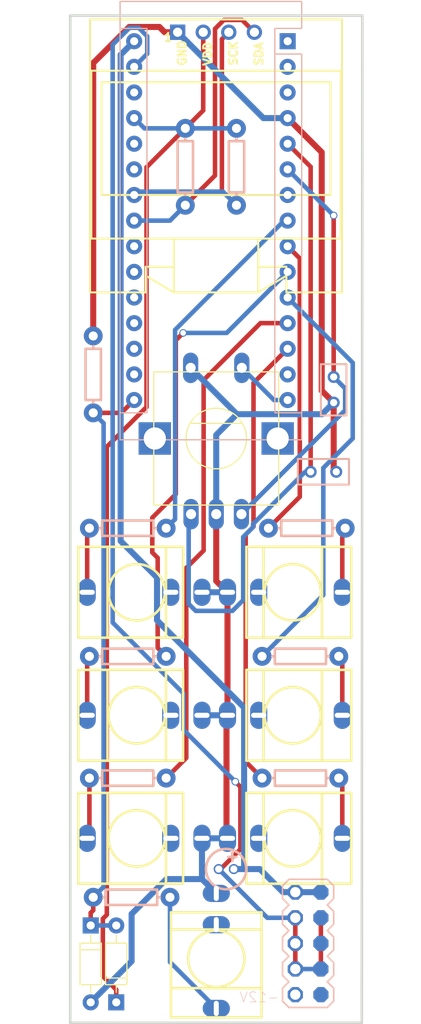
<source format=kicad_pcb>
(kicad_pcb (version 20171130) (host pcbnew "(5.1.5)-3") (page "A4") (layers (0 "F.Cu" signal) (31 "B.Cu" signal) (32 "B.Adhes" user) (33 "F.Adhes" user) (34 "B.Paste" user) (35 "F.Paste" user) (36 "B.SilkS" user) (37 "F.SilkS" user) (38 "B.Mask" user) (39 "F.Mask" user) (40 "Dwgs.User" user) (41 "Cmts.User" user) (42 "Eco1.User" user) (43 "Eco2.User" user) (44 "Edge.Cuts" user) (45 "Margin" user) (46 "B.CrtYd" user) (47 "F.CrtYd" user) (48 "B.Fab" user hide) (49 "F.Fab" user hide)) (net 0 "") (net 1 "12V") (net 2 "1_E") (net 3 "ARD_5") (net 4 "C1_2") (net 5 "C2_1") (net 6 "EP1_GND0") (net 7 "GND") (net 8 "O1") (net 9 "O2") (net 10 "O3") (net 11 "O4") (net 12 "O5") (net 13 "O6") (net 14 "R10_1") (net 15 "R1_2") (net 16 "R2_2") (net 17 "R3_2") (net 18 "R4_2") (net 19 "R5_2") (net 20 "R6_2") (net 21 "R9_2") (net 22 "SCL") (net 23 "SDA") (segment (start 26.67 112.649) (end 24.257 112.649) (width 0.6) (layer "B.Cu") (net 7)) (segment (start 24.257 112.649) (end 15.748 104.14) (width 0.6) (layer "B.Cu") (net 7)) (segment (start 20.698 184.023) (end 18.164 184.023) (width 0.6) (layer "B.Cu") (net 7)) (segment (start 21.634 141.993) (end 30.092 141.993) (width 0.6) (layer "B.Cu") (net 7)) (segment (start 30.092 141.993) (end 31.242 140.843) (width 0.6) (layer "B.Cu") (net 7)) (segment (start 17.04 137.399) (end 21.634 141.993) (width 0.6) (layer "B.Cu") (net 7)) (segment (start 19.58 151.899) (end 19.58 144.047) (width 0.6) (layer "B.Cu") (net 7)) (segment (start 19.58 144.047) (end 21.634 141.993) (width 0.6) (layer "B.Cu") (net 7)) (segment (start 18.164 188.061) (end 18.164 184.023) (width 0.6) (layer "B.Cu") (net 7)) (segment (start 19.584 189.481) (end 18.164 188.061) (width 0.6) (layer "B.Cu") (net 7)) (segment (start 7.112 200.279) (end 11.176 196.215) (width 0.6) (layer "B.Cu") (net 7)) (segment (start 11.176 196.215) (end 11.176 191.523) (width 0.6) (layer "B.Cu") (net 7)) (segment (start 11.176 191.523) (end 14.638 188.061) (width 0.6) (layer "B.Cu") (net 7)) (segment (start 14.638 188.061) (end 18.164 188.061) (width 0.6) (layer "B.Cu") (net 7)) (segment (start 20.698 159.639) (end 18.164 159.639) (width 0.6) (layer "B.Cu") (net 7)) (segment (start 20.698 171.831) (end 18.164 171.831) (width 0.6) (layer "B.Cu") (net 7)) (segment (start 16.51 113.665) (end 12.446 113.665) (width 0.45) (layer "B.Cu") (net 3)) (segment (start 12.446 113.665) (end 11.43 112.649) (width 0.45) (layer "B.Cu") (net 3)) (segment (start 21.59 113.665) (end 16.51 113.665) (width 0.45) (layer "B.Cu") (net 3)) (segment (start 21.59 121.285) (end 20.241 119.936) (width 0.45) (layer "B.Cu") (net 22)) (segment (start 20.241 119.936) (end 11.763 119.936) (width 0.45) (layer "B.Cu") (net 22)) (segment (start 11.763 119.936) (end 11.43 120.269) (width 0.45) (layer "B.Cu") (net 22)) (segment (start 16.51 121.285) (end 14.986 122.809) (width 0.45) (layer "B.Cu") (net 23)) (segment (start 14.986 122.809) (end 11.43 122.809) (width 0.45) (layer "B.Cu") (net 23)) (segment (start 17.08 151.899) (end 16.842 152.137) (width 0.45) (layer "B.Cu") (net 5)) (segment (start 16.842 152.137) (end 16.842 160.789) (width 0.45) (layer "B.Cu") (net 5)) (segment (start 16.842 160.789) (end 17.537 161.483) (width 0.45) (layer "B.Cu") (net 5)) (segment (start 17.537 161.483) (end 21.19 161.483) (width 0.45) (layer "B.Cu") (net 5)) (segment (start 21.19 161.483) (end 22.258 160.415) (width 0.45) (layer "B.Cu") (net 5)) (segment (start 22.258 160.415) (end 22.258 154.161) (width 0.45) (layer "B.Cu") (net 5)) (segment (start 22.258 154.161) (end 23.241 153.178) (width 0.45) (layer "B.Cu") (net 5)) (segment (start 23.241 153.178) (end 23.241 152.869) (width 0.45) (layer "B.Cu") (net 5)) (segment (start 23.241 152.869) (end 28.409 147.701) (width 0.45) (layer "B.Cu") (net 5)) (segment (start 28.409 147.701) (end 28.956 147.701) (width 0.45) (layer "B.Cu") (net 5)) (segment (start 26.67 117.729) (end 31.242 122.301) (width 0.45) (layer "B.Cu") (net 4)) (segment (start 22.08 151.899) (end 32.38 141.599) (width 0.45) (layer "B.Cu") (net 4)) (segment (start 32.38 141.599) (end 32.38 139.441) (width 0.45) (layer "B.Cu") (net 4)) (segment (start 32.38 139.441) (end 31.242 138.303) (width 0.45) (layer "B.Cu") (net 4)) (segment (start 26.67 122.809) (end 26.32 122.809) (width 0.45) (layer "B.Cu") (net 8)) (segment (start 26.32 122.809) (end 15.495 133.634) (width 0.45) (layer "B.Cu") (net 8)) (segment (start 15.495 133.634) (end 15.495 152.399) (width 0.45) (layer "B.Cu") (net 8)) (segment (start 15.495 152.399) (end 14.605 153.289) (width 0.45) (layer "B.Cu") (net 8)) (segment (start 26.67 127.889) (end 20.62 133.939) (width 0.45) (layer "B.Cu") (net 10)) (segment (start 20.62 133.939) (end 16.295 133.939) (width 0.45) (layer "B.Cu") (net 10)) (segment (start 24.13 165.989) (end 30.213 159.906) (width 0.45) (layer "B.Cu") (net 11)) (segment (start 30.213 159.906) (end 30.213 147.319) (width 0.45) (layer "B.Cu") (net 11)) (segment (start 30.213 147.319) (end 33.134 144.398) (width 0.45) (layer "B.Cu") (net 11)) (segment (start 33.134 144.398) (end 33.134 136.893) (width 0.45) (layer "B.Cu") (net 11)) (segment (start 33.134 136.893) (end 26.67 130.429) (width 0.45) (layer "B.Cu") (net 11)) (segment (start 11.43 107.569) (end 12.729 106.27) (width 0.45) (layer "B.Cu") (net 6)) (segment (start 12.729 106.27) (end 12.729 104.548) (width 0.45) (layer "B.Cu") (net 6)) (segment (start 12.729 104.548) (end 11.872 103.691) (width 0.45) (layer "B.Cu") (net 6)) (segment (start 11.872 103.691) (end 10.972 103.691) (width 0.45) (layer "B.Cu") (net 6)) (segment (start 10.972 103.691) (end 9.294 105.368) (width 0.45) (layer "B.Cu") (net 6)) (segment (start 9.294 105.368) (end 9.294 162.638) (width 0.45) (layer "B.Cu") (net 6)) (segment (start 9.294 162.638) (end 16.321 169.665) (width 0.45) (layer "B.Cu") (net 6)) (segment (start 16.321 169.665) (end 16.321 173.259) (width 0.45) (layer "B.Cu") (net 6)) (segment (start 16.321 173.259) (end 21.473 178.411) (width 0.45) (layer "B.Cu") (net 6)) (segment (start 27.432 191.897) (end 24.649 191.897) (width 0.45) (layer "B.Cu") (net 6)) (segment (start 24.649 191.897) (end 19.823 187.071) (width 0.45) (layer "B.Cu") (net 6)) (segment (start 29.972 196.977) (end 27.432 196.977) (width 0.45) (layer "B.Cu") (net 6)) (segment (start 22.348 187.071) (end 21.325 187.071) (width 0.6) (layer "B.Cu") (net 1)) (segment (start 26.202 189.357) (end 23.916 187.071) (width 0.6) (layer "B.Cu") (net 1)) (segment (start 23.916 187.071) (end 22.348 187.071) (width 0.6) (layer "B.Cu") (net 1)) (segment (start 22.348 187.071) (end 22.348 171.067) (width 0.6) (layer "B.Cu") (net 1)) (segment (start 22.348 171.067) (end 13.699 162.418) (width 0.6) (layer "B.Cu") (net 1)) (segment (start 13.699 162.418) (end 13.699 158.173) (width 0.6) (layer "B.Cu") (net 1)) (segment (start 13.699 158.173) (end 10.084 154.557) (width 0.6) (layer "B.Cu") (net 1)) (segment (start 10.084 154.557) (end 10.084 106.375) (width 0.6) (layer "B.Cu") (net 1)) (segment (start 10.084 106.375) (end 11.43 105.029) (width 0.6) (layer "B.Cu") (net 1)) (segment (start 27.432 189.357) (end 26.202 189.357) (width 0.6) (layer "B.Cu") (net 1)) (segment (start 29.972 189.357) (end 27.432 189.357) (width 0.6) (layer "B.Cu") (net 1)) (segment (start 22.12 137.399) (end 25.31 140.589) (width 0.45) (layer "B.Cu") (net 2)) (segment (start 25.31 140.589) (end 26.67 140.589) (width 0.45) (layer "B.Cu") (net 2)) (segment (start 7.366 189.865) (end 8.396 188.835) (width 0.45) (layer "B.Cu") (net 14)) (segment (start 8.396 188.835) (end 8.396 142.889) (width 0.45) (layer "B.Cu") (net 14)) (segment (start 8.396 142.889) (end 7.366 141.859) (width 0.45) (layer "B.Cu") (net 14)) (segment (start 7.112 192.659) (end 9.652 192.659) (width 0.45) (layer "B.Cu") (net 14)) (segment (start 19.584 200.881) (end 14.986 196.283) (width 0.45) (layer "B.Cu") (net 21)) (segment (start 14.986 196.283) (end 14.986 189.865) (width 0.45) (layer "B.Cu") (net 21)) (gr_line (start 25.4 106.299) (end 25.4 141.859) (width 0.12) (layer "B.SilkS")) (gr_line (start 25.4 141.859) (end 28.07 141.859) (width 0.12) (layer "B.SilkS")) (gr_line (start 10.03 141.859) (end 12.7 141.859) (width 0.12) (layer "B.SilkS")) (gr_line (start 12.7 141.859) (end 12.7 103.759) (width 0.12) (layer "B.SilkS")) (gr_line (start 12.7 103.759) (end 10.03 103.759) (width 0.12) (layer "B.SilkS")) (gr_line (start 10.03 101.089) (end 10.03 144.529) (width 0.12) (layer "B.SilkS")) (gr_line (start 10.03 144.529) (end 28.07 144.529) (width 0.12) (layer "B.SilkS")) (gr_line (start 28.07 144.529) (end 28.07 106.299) (width 0.12) (layer "B.SilkS")) (gr_line (start 28.07 106.299) (end 25.4 106.299) (width 0.12) (layer "B.SilkS")) (gr_line (start 25.4 106.299) (end 25.4 103.759) (width 0.12) (layer "B.SilkS")) (gr_line (start 25.4 103.759) (end 28.07 103.759) (width 0.12) (layer "B.SilkS")) (gr_line (start 28.07 103.759) (end 28.07 101.089) (width 0.12) (layer "B.SilkS")) (gr_line (start 28.07 101.089) (end 10.03 101.089) (width 0.12) (layer "B.SilkS")) (gr_line (start 28.199 147.188) (end 28.199 100.97) (width 0.05) (layer "Dwgs.User")) (gr_line (start 28.199 100.97) (end 9.921 100.97) (width 0.05) (layer "Dwgs.User")) (gr_line (start 9.921 100.97) (end 9.921 147.188) (width 0.05) (layer "Dwgs.User")) (gr_line (start 9.921 147.188) (end 28.199 147.188) (width 0.05) (layer "Dwgs.User")) (gr_line (start 10.16 144.399) (end 27.94 144.399) (width 0.1) (layer "Cmts.User")) (gr_line (start 27.94 144.399) (end 27.94 102.489) (width 0.1) (layer "Cmts.User")) (gr_line (start 27.94 102.489) (end 26.67 101.219) (width 0.1) (layer "Cmts.User")) (gr_line (start 26.67 101.219) (end 10.16 101.219) (width 0.1) (layer "Cmts.User")) (gr_line (start 10.16 101.219) (end 10.16 144.399) (width 0.1) (layer "Cmts.User")) (gr_line (start 22.86 136.779) (end 15.24 136.779) (width 0.1) (layer "Cmts.User")) (gr_line (start 15.24 136.779) (end 15.24 146.939) (width 0.1) (layer "Cmts.User")) (gr_line (start 15.24 146.939) (end 22.86 146.939) (width 0.1) (layer "Cmts.User")) (gr_line (start 22.86 146.939) (end 22.86 136.779) (width 0.1) (layer "Cmts.User")) (gr_text "Arduino nano" (at 14.986 140.843 0) (layer "Cmts.User") (effects (font (size 1 1) (thickness 0.15)) (justify left))) (gr_text "USB here" (at 16.256 142.113 0) (layer "Cmts.User") (effects (font (size 1 1) (thickness 0.15)) (justify left))) (gr_line (start 5.08 102.489) (end 34.087 102.489) (width 0.254) (layer "Edge.Cuts")) (gr_line (start 34.087 102.489) (end 34.036 202.311) (width 0.254) (layer "Edge.Cuts")) (gr_line (start 34.036 202.311) (end 5.08 202.311) (width 0.254) (layer "Edge.Cuts")) (gr_line (start 5.08 202.311) (end 5.08 102.489) (width 0.254) (layer "Edge.Cuts")) (segment (start 15.748 104.14) (end 14.46 104.14) (width 0.6) (layer "F.Cu") (net 7)) (segment (start 14.46 104.14) (end 13.935 103.614) (width 0.6) (layer "F.Cu") (net 7)) (segment (start 13.935 103.614) (end 10.942 103.614) (width 0.6) (layer "F.Cu") (net 7)) (segment (start 10.942 103.614) (end 7.366 107.191) (width 0.6) (layer "F.Cu") (net 7)) (segment (start 7.366 107.191) (end 7.366 134.239) (width 0.6) (layer "F.Cu") (net 7)) (segment (start 20.698 171.831) (end 20.598 171.931) (width 0.6) (layer "F.Cu") (net 7)) (segment (start 20.598 171.931) (end 20.598 183.923) (width 0.6) (layer "F.Cu") (net 7)) (segment (start 20.598 183.923) (end 20.698 184.023) (width 0.6) (layer "F.Cu") (net 7)) (segment (start 26.67 112.649) (end 30.054 116.033) (width 0.6) (layer "F.Cu") (net 7)) (segment (start 30.054 116.033) (end 30.054 139.655) (width 0.6) (layer "F.Cu") (net 7)) (segment (start 30.054 139.655) (end 31.242 140.843) (width 0.6) (layer "F.Cu") (net 7)) (segment (start 31.496 147.701) (end 31.242 147.447) (width 0.6) (layer "F.Cu") (net 7)) (segment (start 31.242 147.447) (end 31.242 140.843) (width 0.6) (layer "F.Cu") (net 7)) (segment (start 20.698 159.639) (end 19.58 158.521) (width 0.6) (layer "F.Cu") (net 7)) (segment (start 19.58 158.521) (end 19.58 151.899) (width 0.6) (layer "F.Cu") (net 7)) (segment (start 20.698 171.831) (end 20.698 159.639) (width 0.6) (layer "F.Cu") (net 7)) (segment (start 16.51 113.665) (end 18.288 111.887) (width 0.45) (layer "F.Cu") (net 3)) (segment (start 18.288 111.887) (end 18.288 104.14) (width 0.45) (layer "F.Cu") (net 3)) (segment (start 9.652 199.028) (end 8.319 197.695) (width 0.45) (layer "F.Cu") (net 3)) (segment (start 8.319 197.695) (end 8.319 191.995) (width 0.45) (layer "F.Cu") (net 3)) (segment (start 8.319 191.995) (end 8.713 191.601) (width 0.45) (layer "F.Cu") (net 3)) (segment (start 8.713 191.601) (end 8.713 145.226) (width 0.45) (layer "F.Cu") (net 3)) (segment (start 8.713 145.226) (end 12.656 141.283) (width 0.45) (layer "F.Cu") (net 3)) (segment (start 12.656 141.283) (end 12.656 117.519) (width 0.45) (layer "F.Cu") (net 3)) (segment (start 12.656 117.519) (end 16.51 113.665) (width 0.45) (layer "F.Cu") (net 3)) (segment (start 9.652 200.279) (end 9.652 199.028) (width 0.45) (layer "F.Cu") (net 3)) (segment (start 21.59 121.285) (end 20.142 119.837) (width 0.45) (layer "F.Cu") (net 22)) (segment (start 20.142 119.837) (end 20.142 104.826) (width 0.45) (layer "F.Cu") (net 22)) (segment (start 20.142 104.826) (end 20.828 104.14) (width 0.45) (layer "F.Cu") (net 22)) (segment (start 16.51 121.285) (end 19.457 118.338) (width 0.45) (layer "F.Cu") (net 23)) (segment (start 19.457 118.338) (end 19.457 103.805) (width 0.45) (layer "F.Cu") (net 23)) (segment (start 19.457 103.805) (end 20.34 102.921) (width 0.45) (layer "F.Cu") (net 23)) (segment (start 20.34 102.921) (end 22.149 102.921) (width 0.45) (layer "F.Cu") (net 23)) (segment (start 22.149 102.921) (end 23.368 104.14) (width 0.45) (layer "F.Cu") (net 23)) (segment (start 26.67 115.189) (end 28.956 117.475) (width 0.45) (layer "F.Cu") (net 5)) (segment (start 28.956 117.475) (end 28.956 147.701) (width 0.45) (layer "F.Cu") (net 5)) (segment (start 31.242 138.303) (end 31.242 122.301) (width 0.45) (layer "F.Cu") (net 4)) (segment (start 24.765 153.289) (end 27.877 150.177) (width 0.45) (layer "F.Cu") (net 9)) (segment (start 27.877 150.177) (end 27.877 126.556) (width 0.45) (layer "F.Cu") (net 9)) (segment (start 27.877 126.556) (end 26.67 125.349) (width 0.45) (layer "F.Cu") (net 9)) (segment (start 14.605 165.989) (end 13.765 165.149) (width 0.45) (layer "F.Cu") (net 10)) (segment (start 13.765 165.149) (end 13.765 156.232) (width 0.45) (layer "F.Cu") (net 10)) (segment (start 13.765 156.232) (end 13.23 155.697) (width 0.45) (layer "F.Cu") (net 10)) (segment (start 13.23 155.697) (end 13.23 152.249) (width 0.45) (layer "F.Cu") (net 10)) (segment (start 13.23 152.249) (end 15.565 149.914) (width 0.45) (layer "F.Cu") (net 10)) (segment (start 15.565 149.914) (end 15.565 134.669) (width 0.45) (layer "F.Cu") (net 10)) (segment (start 15.565 134.669) (end 16.295 133.939) (width 0.45) (layer "F.Cu") (net 10)) (segment (start 14.605 178.054) (end 16.605 176.054) (width 0.45) (layer "F.Cu") (net 12)) (segment (start 16.605 176.054) (end 16.605 157.228) (width 0.45) (layer "F.Cu") (net 12)) (segment (start 16.605 157.228) (end 18.328 155.504) (width 0.45) (layer "F.Cu") (net 12)) (segment (start 18.328 155.504) (end 18.328 138.608) (width 0.45) (layer "F.Cu") (net 12)) (segment (start 18.328 138.608) (end 23.968 132.969) (width 0.45) (layer "F.Cu") (net 12)) (segment (start 23.968 132.969) (end 26.67 132.969) (width 0.45) (layer "F.Cu") (net 12)) (segment (start 24.13 178.054) (end 22.505 176.429) (width 0.45) (layer "F.Cu") (net 13)) (segment (start 22.505 176.429) (end 22.505 153.914) (width 0.45) (layer "F.Cu") (net 13)) (segment (start 22.505 153.914) (end 23.281 153.138) (width 0.45) (layer "F.Cu") (net 13)) (segment (start 23.281 153.138) (end 23.281 138.898) (width 0.45) (layer "F.Cu") (net 13)) (segment (start 23.281 138.898) (end 26.67 135.509) (width 0.45) (layer "F.Cu") (net 13)) (segment (start 21.473 178.411) (end 21.977 178.915) (width 0.45) (layer "F.Cu") (net 6)) (segment (start 21.977 178.915) (end 21.977 185.11) (width 0.45) (layer "F.Cu") (net 6)) (segment (start 21.977 185.11) (end 20.015 187.071) (width 0.45) (layer "F.Cu") (net 6)) (segment (start 20.015 187.071) (end 19.823 187.071) (width 0.45) (layer "F.Cu") (net 6)) (segment (start 27.432 194.437) (end 27.432 191.897) (width 0.45) (layer "F.Cu") (net 6)) (segment (start 27.432 196.977) (end 27.432 194.437) (width 0.45) (layer "F.Cu") (net 6)) (segment (start 29.972 194.437) (end 29.972 191.897) (width 0.45) (layer "F.Cu") (net 6)) (segment (start 29.972 196.977) (end 29.972 194.437) (width 0.45) (layer "F.Cu") (net 6)) (segment (start 7.366 141.859) (end 10.16 141.859) (width 0.45) (layer "F.Cu") (net 14)) (segment (start 10.16 141.859) (end 11.43 140.589) (width 0.45) (layer "F.Cu") (net 14)) (segment (start 7.112 192.659) (end 7.112 191.408) (width 0.45) (layer "F.Cu") (net 14)) (segment (start 7.112 191.408) (end 7.366 191.154) (width 0.45) (layer "F.Cu") (net 14)) (segment (start 7.366 191.154) (end 7.366 189.865) (width 0.45) (layer "F.Cu") (net 14)) (segment (start 6.764 159.639) (end 6.764 153.51) (width 0.45) (layer "F.Cu") (net 15)) (segment (start 6.764 153.51) (end 6.985 153.289) (width 0.45) (layer "F.Cu") (net 15)) (segment (start 6.764 171.831) (end 6.764 166.21) (width 0.45) (layer "F.Cu") (net 19)) (segment (start 6.764 166.21) (end 6.985 165.989) (width 0.45) (layer "F.Cu") (net 19)) (segment (start 32.098 159.639) (end 32.098 153.576) (width 0.45) (layer "F.Cu") (net 17)) (segment (start 32.098 153.576) (end 32.385 153.289) (width 0.45) (layer "F.Cu") (net 17)) (segment (start 6.764 184.023) (end 6.985 183.802) (width 0.45) (layer "F.Cu") (net 16)) (segment (start 6.985 183.802) (end 6.985 178.054) (width 0.45) (layer "F.Cu") (net 16)) (segment (start 32.098 171.831) (end 32.098 166.337) (width 0.45) (layer "F.Cu") (net 20)) (segment (start 32.098 166.337) (end 31.75 165.989) (width 0.45) (layer "F.Cu") (net 20)) (segment (start 32.098 184.023) (end 32.098 178.402) (width 0.45) (layer "F.Cu") (net 18)) (segment (start 32.098 178.402) (end 31.75 178.054) (width 0.45) (layer "F.Cu") (net 18)) (gr_line (start 15.367 124.587) (end 23.749 124.587) (width 0.203) (layer "F.SilkS")) (gr_line (start 23.749 124.587) (end 23.749 129.921) (width 0.203) (layer "F.SilkS")) (gr_line (start 23.749 129.921) (end 15.367 129.921) (width 0.203) (layer "F.SilkS")) (gr_line (start 15.367 129.921) (end 15.367 124.587) (width 0.203) (layer "F.SilkS")) (gr_line (start 8.192 109.093) (end 30.925 109.093) (width 0.203) (layer "F.SilkS")) (gr_line (start 30.925 109.093) (end 30.925 120.269) (width 0.203) (layer "F.SilkS")) (gr_line (start 30.925 120.269) (end 8.192 120.269) (width 0.203) (layer "F.SilkS")) (gr_line (start 8.192 120.269) (end 8.192 109.093) (width 0.203) (layer "F.SilkS")) (gr_line (start 7.176 107.95) (end 31.941 107.95) (width 0.203) (layer "F.SilkS")) (gr_line (start 31.941 107.95) (end 31.941 124.587) (width 0.203) (layer "F.SilkS")) (gr_line (start 31.941 124.587) (end 7.176 124.587) (width 0.203) (layer "F.SilkS")) (gr_line (start 7.176 124.587) (end 7.176 107.95) (width 0.203) (layer "F.SilkS")) (gr_line (start 23.749 127.381) (end 26.543 127.381) (width 0.203) (layer "F.SilkS")) (gr_line (start 26.543 127.381) (end 26.543 129.921) (width 0.203) (layer "F.SilkS")) (gr_line (start 26.543 129.921) (end 32.067 129.921) (width 0.203) (layer "F.SilkS")) (gr_line (start 32.067 129.921) (end 32.067 102.87) (width 0.203) (layer "F.SilkS")) (gr_line (start 32.067 102.87) (end 7.049 102.87) (width 0.203) (layer "F.SilkS")) (gr_line (start 7.049 102.87) (end 7.049 129.921) (width 0.203) (layer "F.SilkS")) (gr_line (start 7.049 129.921) (end 12.573 129.921) (width 0.203) (layer "F.SilkS")) (gr_line (start 12.573 129.921) (end 12.573 127.381) (width 0.203) (layer "F.SilkS")) (gr_line (start 12.573 127.381) (end 15.367 127.381) (width 0.203) (layer "F.SilkS")) (gr_line (start 23.749 129.921) (end 26.543 128.275) (width 0.203) (layer "F.SilkS")) (gr_line (start 15.367 129.921) (end 12.573 128.27) (width 0.203) (layer "F.SilkS")) (gr_text "1" (at 14.288 104.648 0) (layer "F.SilkS") (effects (font (size 0.813 0.813) (thickness 0.203)) (justify left))) (gr_text "GND" (at 16.192 107.569 90) (layer "F.SilkS") (effects (font (size 0.813 0.813) (thickness 0.203)) (justify left))) (gr_text "VDD" (at 18.732 107.569 90) (layer "F.SilkS") (effects (font (size 0.813 0.813) (thickness 0.203)) (justify left))) (gr_text "SCK" (at 21.273 107.569 90) (layer "F.SilkS") (effects (font (size 0.813 0.813) (thickness 0.203)) (justify left))) (gr_text "SDA" (at 23.813 107.569 90) (layer "F.SilkS") (effects (font (size 0.813 0.813) (thickness 0.203)) (justify left))) (module "easyeda:RAD-0.1" (layer "F.Cu") (at 31.242 139.573 -90) (fp_text value "10n" (at -0.975 -2.487 90) (layer "B.Fab") (effects (font (size 1.143 1.143) (thickness 0.152)) (justify left mirror))) (fp_text reference "C1" (at 0.229 -1.854 -90) (layer "B.SilkS") hide (effects (font (size 1.143 1.143) (thickness 0.152)) (justify left mirror))) (fp_line (start -2.537 -1.267) (end 2.543 -1.267) (width 0.201) (layer "B.SilkS")) (fp_line (start 2.543 -1.267) (end 2.543 1.273) (width 0.201) (layer "B.SilkS")) (fp_line (start 2.543 1.273) (end -2.537 1.273) (width 0.201) (layer "B.SilkS")) (fp_line (start -2.537 1.273) (end -2.537 -1.267) (width 0.201) (layer "B.SilkS")) (pad 1 thru_hole circle (at 1.27 0 -90) (size 1.194 1.194) (layers "*.Cu" "*.Paste" "*.Mask") (drill 0.711) (net 7 "GND")) (pad 2 thru_hole circle (at -1.27 0 -90) (size 1.194 1.194) (layers "*.Cu" "*.Paste" "*.Mask") (drill 0.711) (net 4 "C1_2")) (fp_text user gge7e6f07bce70659a1 (at 0 0) (layer "Cmts.User") (effects (font (size 1 1) (thickness 0.15))))) (module "easyeda:RAD-0.1" (layer "F.Cu") (at 30.226 147.701 180) (fp_text value "10n" (at -0.975 -2.487 0) (layer "B.Fab") (effects (font (size 1.143 1.143) (thickness 0.152)) (justify left mirror))) (fp_text reference "C2" (at 0.229 -1.854 180) (layer "B.SilkS") hide (effects (font (size 1.143 1.143) (thickness 0.152)) (justify left mirror))) (fp_line (start -2.537 -1.267) (end 2.543 -1.267) (width 0.201) (layer "B.SilkS")) (fp_line (start 2.543 -1.267) (end 2.543 1.273) (width 0.201) (layer "B.SilkS")) (fp_line (start 2.543 1.273) (end -2.537 1.273) (width 0.201) (layer "B.SilkS")) (fp_line (start -2.537 1.273) (end -2.537 -1.267) (width 0.201) (layer "B.SilkS")) (pad 1 thru_hole circle (at 1.27 0 180) (size 1.194 1.194) (layers "*.Cu" "*.Paste" "*.Mask") (drill 0.711) (net 5 "C2_1")) (pad 2 thru_hole circle (at -1.27 0 180) (size 1.194 1.194) (layers "*.Cu" "*.Paste" "*.Mask") (drill 0.711) (net 7 "GND")) (fp_text user gge9e242e2dfc7c1fa9 (at 0 0) (layer "Cmts.User") (effects (font (size 1 1) (thickness 0.15))))) (module "easyeda:CAP-D4.0×F1.5" (layer "F.Cu") (at 20.574 187.071 0) (fp_text value "10u" (at -2.54 -1.27 90) (layer "B.Fab") (effects (font (size 1.143 1.143) (thickness 0.152)) (justify left mirror))) (fp_text reference "C3" (at 0.095 -2.2 0) (layer "B.SilkS") hide (effects (font (size 1.143 1.143) (thickness 0.152)) (justify left mirror))) (fp_line (start 0.203 -1.196) (end 1.003 -1.196) (width 0.254) (layer "B.SilkS")) (fp_line (start 0.609 -0.815) (end 0.609 -1.615) (width 0.254) (layer "B.SilkS")) (fp_arc (start -0.015 0.001) (end 0.001 -1.999) (angle 359.054) (width 0.254) (layer "B.SilkS")) (pad 2 thru_hole circle (at -0.751 0 -90) (size 1 1) (layers "*.Cu" "*.Paste" "*.Mask") (drill 0.7) (net 6 "EP1_GND0")) (pad 1 thru_hole circle (at 0.751 0 -90) (size 1 1) (layers "*.Cu" "*.Paste" "*.Mask") (drill 0.7) (net 1 "12V")) (fp_text user ggeac9320446869e8bb (at 0 0) (layer "Cmts.User") (effects (font (size 1 1) (thickness 0.15))))) (module "easyeda:EURORACK_POWER_V2" (layer "F.Cu") (at 28.702 194.437 90) (fp_text value "EURORACK_POWERHEADER_V2" (at 0 -6.35 90) (layer "B.Fab") hide (effects (font (size 1.143 1.143) (thickness 0.152)) (justify left mirror))) (fp_text reference "EP1" (at 0 -4.572 90) (layer "B.SilkS") hide (effects (font (size 1.143 1.143) (thickness 0.152)) (justify left mirror))) (fp_poly (pts (xy 2.794 1.524) (xy 2.286 1.524) (xy 2.286 1.016) (xy 2.794 1.016)) (layer "Cmts.User") (width 0)) (fp_poly (pts (xy 5.334 1.524) (xy 4.826 1.524) (xy 4.826 1.016) (xy 5.334 1.016)) (layer "Cmts.User") (width 0)) (fp_poly (pts (xy 0.254 1.524) (xy -0.254 1.524) (xy -0.254 1.016) (xy 0.254 1.016)) (layer "Cmts.User") (width 0)) (fp_poly (pts (xy -4.826 1.524) (xy -5.334 1.524) (xy -5.334 1.016) (xy -4.826 1.016)) (layer "Cmts.User") (width 0)) (fp_poly (pts (xy -2.286 1.524) (xy -2.794 1.524) (xy -2.794 1.016) (xy -2.286 1.016)) (layer "Cmts.User") (width 0)) (fp_poly (pts (xy 5.334 -1.016) (xy 4.826 -1.016) (xy 4.826 -1.524) (xy 5.334 -1.524)) (layer "Cmts.User") (width 0)) (fp_poly (pts (xy 2.794 -1.016) (xy 2.286 -1.016) (xy 2.286 -1.524) (xy 2.794 -1.524)) (layer "Cmts.User") (width 0)) (fp_poly (pts (xy 0.254 -1.016) (xy -0.254 -1.016) (xy -0.254 -1.524) (xy 0.254 -1.524)) (layer "Cmts.User") (width 0)) (fp_poly (pts (xy -2.286 -1.016) (xy -2.794 -1.016) (xy -2.794 -1.524) (xy -2.286 -1.524)) (layer "Cmts.User") (width 0)) (fp_poly (pts (xy -4.826 -1.016) (xy -5.334 -1.016) (xy -5.334 -1.524) (xy -4.826 -1.524)) (layer "Cmts.User") (width 0)) (fp_line (start -1.905 2.54) (end -1.27 1.905) (width 0.152) (layer "B.SilkS")) (fp_line (start -1.27 1.905) (end -0.635 2.54) (width 0.152) (layer "B.SilkS")) (fp_line (start -0.635 2.54) (end 0.635 2.54) (width 0.152) (layer "B.SilkS")) (fp_line (start 0.635 2.54) (end 1.27 1.905) (width 0.152) (layer "B.SilkS")) (fp_line (start 1.27 1.905) (end 1.905 2.54) (width 0.152) (layer "B.SilkS")) (fp_line (start 1.905 2.54) (end 3.175 2.54) (width 0.152) (layer "B.SilkS")) (fp_line (start 3.175 2.54) (end 3.81 1.905) (width 0.152) (layer "B.SilkS")) (fp_line (start 3.81 1.905) (end 4.445 2.54) (width 0.152) (layer "B.SilkS")) (fp_line (start 4.445 2.54) (end 5.715 2.54) (width 0.152) (layer "B.SilkS")) (fp_line (start 5.715 2.54) (end 6.35 1.905) (width 0.152) (layer "B.SilkS")) (fp_line (start 6.35 1.905) (end 6.35 -1.905) (width 0.152) (layer "B.SilkS")) (fp_line (start 6.35 -1.905) (end 5.715 -2.54) (width 0.152) (layer "B.SilkS")) (fp_line (start 5.715 -2.54) (end 4.445 -2.54) (width 0.152) (layer "B.SilkS")) (fp_line (start 4.445 -2.54) (end 3.81 -1.905) (width 0.152) (layer "B.SilkS")) (fp_line (start 3.81 -1.905) (end 3.175 -2.54) (width 0.152) (layer "B.SilkS")) (fp_line (start 3.175 -2.54) (end 1.905 -2.54) (width 0.152) (layer "B.SilkS")) (fp_line (start 1.905 -2.54) (end 1.27 -1.905) (width 0.152) (layer "B.SilkS")) (fp_line (start 1.27 -1.905) (end 0.635 -2.54) (width 0.152) (layer "B.SilkS")) (fp_line (start 0.635 -2.54) (end -0.635 -2.54) (width 0.152) (layer "B.SilkS")) (fp_line (start -0.635 -2.54) (end -1.27 -1.905) (width 0.152) (layer "B.SilkS")) (fp_line (start -1.27 -1.905) (end -1.905 -2.54) (width 0.152) (layer "B.SilkS")) (fp_line (start -1.905 -2.54) (end -3.175 -2.54) (width 0.152) (layer "B.SilkS")) (fp_line (start -3.175 -2.54) (end -3.81 -1.905) (width 0.152) (layer "B.SilkS")) (fp_line (start -3.81 -1.905) (end -4.445 -2.54) (width 0.152) (layer "B.SilkS")) (fp_line (start -4.445 -2.54) (end -5.715 -2.54) (width 0.152) (layer "B.SilkS")) (fp_line (start -5.715 -2.54) (end -6.35 -1.905) (width 0.152) (layer "B.SilkS")) (fp_line (start -6.35 -1.905) (end -6.35 1.905) (width 0.152) (layer "B.SilkS")) (fp_line (start -6.35 1.905) (end -5.715 2.54) (width 0.152) (layer "B.SilkS")) (fp_line (start -5.715 2.54) (end -4.445 2.54) (width 0.152) (layer "B.SilkS")) (fp_line (start -4.445 2.54) (end -3.81 1.905) (width 0.152) (layer "B.SilkS")) (fp_line (start -3.81 1.905) (end -3.175 2.54) (width 0.152) (layer "B.SilkS")) (fp_line (start -3.175 2.54) (end -1.905 2.54) (width 0.152) (layer "B.SilkS")) (fp_text value "+12V" (at 4.826 -2.667 0) (layer "B.SilkS") (effects (font (size 1 1) (thickness 0.049)) (justify left mirror))) (fp_text value "GND" (at 2.276 -2.794 0) (layer "B.SilkS") (effects (font (size 0.61 0.61) (thickness 0.049)) (justify left mirror))) (fp_text value "GND" (at -0.264 -2.794 0) (layer "B.SilkS") (effects (font (size 0.61 0.61) (thickness 0.049)) (justify left mirror))) (fp_text value "GND" (at -2.804 -2.794 0) (layer "B.SilkS") (effects (font (size 0.61 0.61) (thickness 0.049)) (justify left mirror))) (fp_text value "-12V" (at -5.334 -2.794 0) (layer "B.SilkS") (effects (font (size 1 1) (thickness 0.049)) (justify left mirror))) (pad 12 thru_hole custom (at 5.08 -1.27 90) (size 1.408 1.408) (layers "*.Cu" "*.Paste" "*.Mask") (drill oval 1.016 1.021) (net 1 "12V") (primitives (gr_poly (pts (xy -0.704 -0.292) (xy -0.292 -0.704) (xy 0.292 -0.704) (xy 0.704 -0.292) (xy 0.704 0.292) (xy 0.292 0.704) (xy -0.292 0.704) (xy -0.704 0.292)) (width 0.1)))) (pad 12 thru_hole custom (at 5.08 1.27 90) (size 0.01 0.01) (layers "*.Cu" "*.Paste" "*.Mask") (drill oval 1.016 1.021) (net 1 "12V") (primitives (gr_poly (pts (xy -0.704 -0.292) (xy -0.292 -0.704) (xy 0.292 -0.704) (xy 0.704 -0.292) (xy 0.704 0.292) (xy 0.292 0.704) (xy -0.292 0.704) (xy -0.704 0.292)) (width 0.1)))) (pad -12 thru_hole custom (at -5.08 -1.27 90) (size 1.408 1.408) (layers "*.Cu" "*.Paste" "*.Mask") (drill oval 1.016 1.021) (primitives (gr_poly (pts (xy -0.704 -0.292) (xy -0.292 -0.704) (xy 0.292 -0.704) (xy 0.704 -0.292) (xy 0.704 0.292) (xy 0.292 0.704) (xy -0.292 0.704) (xy -0.704 0.292)) (width 0.1)))) (pad -12 thru_hole custom (at -5.08 1.27 90) (size 0.01 0.01) (layers "*.Cu" "*.Paste" "*.Mask") (drill oval 1.016 1.021) (primitives (gr_poly (pts (xy -0.704 -0.292) (xy -0.292 -0.704) (xy 0.292 -0.704) (xy 0.704 -0.292) (xy 0.704 0.292) (xy 0.292 0.704) (xy -0.292 0.704) (xy -0.704 0.292)) (width 0.1)))) (pad "GND0" thru_hole custom (at 2.54 -1.27 90) (size 1.408 1.408) (layers "*.Cu" "*.Paste" "*.Mask") (drill oval 1.016 1.021) (net 6 "EP1_GND0") (primitives (gr_poly (pts (xy -0.704 -0.292) (xy -0.292 -0.704) (xy 0.292 -0.704) (xy 0.704 -0.292) (xy 0.704 0.292) (xy 0.292 0.704) (xy -0.292 0.704) (xy -0.704 0.292)) (width 0.1)))) (pad "GND1" thru_hole custom (at 2.54 1.27 0) (size 0.01 0.01) (layers "*.Cu" "*.Paste" "*.Mask") (drill oval 1.016 1.021) (net 6 "EP1_GND0") (primitives (gr_poly (pts (xy -0.704 -0.292) (xy -0.292 -0.704) (xy 0.292 -0.704) (xy 0.704 -0.292) (xy 0.704 0.292) (xy 0.292 0.704) (xy -0.292 0.704) (xy -0.704 0.292)) (width 0.1)))) (pad "GND2" thru_hole custom (at 0 -1.27 90) (size 1.408 1.408) (layers "*.Cu" "*.Paste" "*.Mask") (drill oval 1.016 1.021) (net 6 "EP1_GND0") (primitives (gr_poly (pts (xy -0.704 -0.292) (xy -0.292 -0.704) (xy 0.292 -0.704) (xy 0.704 -0.292) (xy 0.704 0.292) (xy 0.292 0.704) (xy -0.292 0.704) (xy -0.704 0.292)) (width 0.1)))) (pad "GND3" thru_hole custom (at 0 1.27 90) (size 0.01 0.01) (layers "*.Cu" "*.Paste" "*.Mask") (drill oval 1.016 1.021) (net 6 "EP1_GND0") (primitives (gr_poly (pts (xy -0.704 -0.292) (xy -0.292 -0.704) (xy 0.292 -0.704) (xy 0.704 -0.292) (xy 0.704 0.292) (xy 0.292 0.704) (xy -0.292 0.704) (xy -0.704 0.292)) (width 0.1)))) (pad "GND4" thru_hole custom (at -2.54 -1.27 90) (size 1.408 1.408) (layers "*.Cu" "*.Paste" "*.Mask") (drill oval 1.016 1.021) (net 6 "EP1_GND0") (primitives (gr_poly (pts (xy -0.704 -0.292) (xy -0.292 -0.704) (xy 0.292 -0.704) (xy 0.704 -0.292) (xy 0.704 0.292) (xy 0.292 0.704) (xy -0.292 0.704) (xy -0.704 0.292)) (width 0.1)))) (pad "GND5" thru_hole custom (at -2.54 1.27 90) (size 0.01 0.01) (layers "*.Cu" "*.Paste" "*.Mask") (drill oval 1.016 1.021) (net 6 "EP1_GND0") (primitives (gr_poly (pts (xy -0.704 -0.292) (xy -0.292 -0.704) (xy 0.292 -0.704) (xy 0.704 -0.292) (xy 0.704 0.292) (xy 0.292 0.704) (xy -0.292 0.704) (xy -0.704 0.292)) (width 0.1)))) (fp_text user ggee9a444864460e27b (at 0 0) (layer "Cmts.User") (effects (font (size 1 1) (thickness 0.15))))) (module "easyeda:R_AXIAL-0.3" (layer "F.Cu") (at 10.795 153.289) (fp_text value "470" (at 1.245 0.498 0) (layer "B.Fab") (effects (font (size 0.9 0.9) (thickness 0.152)) (justify left mirror))) (fp_text reference "R1" (at 0 -1.27 0) (layer "B.SilkS") hide (effects (font (size 1.143 1.143) (thickness 0.152)) (justify left mirror))) (fp_line (start 2.54 0) (end 2.794 0) (width 0.254) (layer "B.SilkS")) (fp_line (start -2.54 0) (end -2.794 0) (width 0.254) (layer "B.SilkS")) (fp_line (start 2.54 0) (end 2.54 -0.762) (width 0.254) (layer "B.SilkS")) (fp_line (start 2.54 0.762) (end 2.54 0) (width 0.254) (layer "B.SilkS")) (fp_line (start -2.54 0.762) (end 2.54 0.762) (width 0.254) (layer "B.SilkS")) (fp_line (start -2.54 0) (end -2.54 0.762) (width 0.254) (layer "B.SilkS")) (fp_line (start -2.54 -0.762) (end -2.54 0) (width 0.254) (layer "B.SilkS")) (fp_line (start 2.54 -0.762) (end -2.54 -0.762) (width 0.254) (layer "B.SilkS")) (pad 1 thru_hole circle (at 3.81 0 0) (size 1.88 1.88) (layers "*.Cu" "*.Paste" "*.Mask") (drill 0.899) (net 8 "O1")) (pad 2 thru_hole circle (at -3.81 0 0) (size 1.88 1.88) (layers "*.Cu" "*.Paste" "*.Mask") (drill 0.899) (net 15 "R1_2")) (fp_text user ggef46c7752da4e586a (at 0 0) (layer "Cmts.User") (effects (font (size 1 1) (thickness 0.15))))) (module "easyeda:R_AXIAL-0.3" (layer "F.Cu") (at 10.795 178.054) (fp_text value "470" (at 1.245 0.498 0) (layer "B.Fab") (effects (font (size 0.9 0.9) (thickness 0.152)) (justify left mirror))) (fp_text reference "R2" (at 0 -1.27 0) (layer "B.SilkS") hide (effects (font (size 1.143 1.143) (thickness 0.152)) (justify left mirror))) (fp_line (start 2.54 0) (end 2.794 0) (width 0.254) (layer "B.SilkS")) (fp_line (start -2.54 0) (end -2.794 0) (width 0.254) (layer "B.SilkS")) (fp_line (start 2.54 0) (end 2.54 -0.762) (width 0.254) (layer "B.SilkS")) (fp_line (start 2.54 0.762) (end 2.54 0) (width 0.254) (layer "B.SilkS")) (fp_line (start -2.54 0.762) (end 2.54 0.762) (width 0.254) (layer "B.SilkS")) (fp_line (start -2.54 0) (end -2.54 0.762) (width 0.254) (layer "B.SilkS")) (fp_line (start -2.54 -0.762) (end -2.54 0) (width 0.254) (layer "B.SilkS")) (fp_line (start 2.54 -0.762) (end -2.54 -0.762) (width 0.254) (layer "B.SilkS")) (pad 1 thru_hole circle (at 3.81 0 0) (size 1.88 1.88) (layers "*.Cu" "*.Paste" "*.Mask") (drill 0.899) (net 12 "O5")) (pad 2 thru_hole circle (at -3.81 0 0) (size 1.88 1.88) (layers "*.Cu" "*.Paste" "*.Mask") (drill 0.899) (net 16 "R2_2")) (fp_text user gge3d3404916912fbd9 (at 0 0) (layer "Cmts.User") (effects (font (size 1 1) (thickness 0.15))))) (module "easyeda:R_AXIAL-0.3" (layer "F.Cu") (at 28.575 153.289 180) (fp_text value "470" (at -1.054 -0.46 0) (layer "B.Fab") (effects (font (size 0.9 0.9) (thickness 0.152)) (justify left mirror))) (fp_text reference "R3" (at 0 -1.27 180) (layer "B.SilkS") hide (effects (font (size 1.143 1.143) (thickness 0.152)) (justify left mirror))) (fp_line (start 2.54 0) (end 2.794 0) (width 0.254) (layer "B.SilkS")) (fp_line (start -2.54 0) (end -2.794 0) (width 0.254) (layer "B.SilkS")) (fp_line (start 2.54 0) (end 2.54 -0.762) (width 0.254) (layer "B.SilkS")) (fp_line (start 2.54 0.762) (end 2.54 0) (width 0.254) (layer "B.SilkS")) (fp_line (start -2.54 0.762) (end 2.54 0.762) (width 0.254) (layer "B.SilkS")) (fp_line (start -2.54 0) (end -2.54 0.762) (width 0.254) (layer "B.SilkS")) (fp_line (start -2.54 -0.762) (end -2.54 0) (width 0.254) (layer "B.SilkS")) (fp_line (start 2.54 -0.762) (end -2.54 -0.762) (width 0.254) (layer "B.SilkS")) (pad 1 thru_hole circle (at 3.81 0 180) (size 1.88 1.88) (layers "*.Cu" "*.Paste" "*.Mask") (drill 0.899) (net 9 "O2")) (pad 2 thru_hole circle (at -3.81 0 180) (size 1.88 1.88) (layers "*.Cu" "*.Paste" "*.Mask") (drill 0.899) (net 17 "R3_2")) (fp_text user ggef2d56e8c4974f503 (at 0 0) (layer "Cmts.User") (effects (font (size 1 1) (thickness 0.15))))) (module "easyeda:R_AXIAL-0.3" (layer "F.Cu") (at 27.94 178.054 180) (fp_text value "470" (at -1.054 -0.46 0) (layer "B.Fab") (effects (font (size 0.9 0.9) (thickness 0.152)) (justify left mirror))) (fp_text reference "R4" (at 0 -1.27 180) (layer "B.SilkS") hide (effects (font (size 1.143 1.143) (thickness 0.152)) (justify left mirror))) (fp_line (start 2.54 0) (end 2.794 0) (width 0.254) (layer "B.SilkS")) (fp_line (start -2.54 0) (end -2.794 0) (width 0.254) (layer "B.SilkS")) (fp_line (start 2.54 0) (end 2.54 -0.762) (width 0.254) (layer "B.SilkS")) (fp_line (start 2.54 0.762) (end 2.54 0) (width 0.254) (layer "B.SilkS")) (fp_line (start -2.54 0.762) (end 2.54 0.762) (width 0.254) (layer "B.SilkS")) (fp_line (start -2.54 0) (end -2.54 0.762) (width 0.254) (layer "B.SilkS")) (fp_line (start -2.54 -0.762) (end -2.54 0) (width 0.254) (layer "B.SilkS")) (fp_line (start 2.54 -0.762) (end -2.54 -0.762) (width 0.254) (layer "B.SilkS")) (pad 1 thru_hole circle (at 3.81 0 180) (size 1.88 1.88) (layers "*.Cu" "*.Paste" "*.Mask") (drill 0.899) (net 13 "O6")) (pad 2 thru_hole circle (at -3.81 0 180) (size 1.88 1.88) (layers "*.Cu" "*.Paste" "*.Mask") (drill 0.899) (net 18 "R4_2")) (fp_text user gge33abd65cd40219ee (at 0 0) (layer "Cmts.User") (effects (font (size 1 1) (thickness 0.15))))) (module "easyeda:R_AXIAL-0.3" (layer "F.Cu") (at 10.795 165.989) (fp_text value "470" (at 1.245 0.498 0) (layer "B.Fab") (effects (font (size 0.9 0.9) (thickness 0.152)) (justify left mirror))) (fp_text reference "R5" (at 0 -1.27 0) (layer "B.SilkS") hide (effects (font (size 1.143 1.143) (thickness 0.152)) (justify left mirror))) (fp_line (start 2.54 0) (end 2.794 0) (width 0.254) (layer "B.SilkS")) (fp_line (start -2.54 0) (end -2.794 0) (width 0.254) (layer "B.SilkS")) (fp_line (start 2.54 0) (end 2.54 -0.762) (width 0.254) (layer "B.SilkS")) (fp_line (start 2.54 0.762) (end 2.54 0) (width 0.254) (layer "B.SilkS")) (fp_line (start -2.54 0.762) (end 2.54 0.762) (width 0.254) (layer "B.SilkS")) (fp_line (start -2.54 0) (end -2.54 0.762) (width 0.254) (layer "B.SilkS")) (fp_line (start -2.54 -0.762) (end -2.54 0) (width 0.254) (layer "B.SilkS")) (fp_line (start 2.54 -0.762) (end -2.54 -0.762) (width 0.254) (layer "B.SilkS")) (pad 1 thru_hole circle (at 3.81 0 0) (size 1.88 1.88) (layers "*.Cu" "*.Paste" "*.Mask") (drill 0.899) (net 10 "O3")) (pad 2 thru_hole circle (at -3.81 0 0) (size 1.88 1.88) (layers "*.Cu" "*.Paste" "*.Mask") (drill 0.899) (net 19 "R5_2")) (fp_text user gge718b2ab66a1d487a (at 0 0) (layer "Cmts.User") (effects (font (size 1 1) (thickness 0.15))))) (module "easyeda:R_AXIAL-0.3" (layer "F.Cu") (at 27.94 165.989 180) (fp_text value "470" (at -1.054 -0.46 0) (layer "B.Fab") (effects (font (size 0.9 0.9) (thickness 0.152)) (justify left mirror))) (fp_text reference "R6" (at 0 -1.27 180) (layer "B.SilkS") hide (effects (font (size 1.143 1.143) (thickness 0.152)) (justify left mirror))) (fp_line (start 2.54 0) (end 2.794 0) (width 0.254) (layer "B.SilkS")) (fp_line (start -2.54 0) (end -2.794 0) (width 0.254) (layer "B.SilkS")) (fp_line (start 2.54 0) (end 2.54 -0.762) (width 0.254) (layer "B.SilkS")) (fp_line (start 2.54 0.762) (end 2.54 0) (width 0.254) (layer "B.SilkS")) (fp_line (start -2.54 0.762) (end 2.54 0.762) (width 0.254) (layer "B.SilkS")) (fp_line (start -2.54 0) (end -2.54 0.762) (width 0.254) (layer "B.SilkS")) (fp_line (start -2.54 -0.762) (end -2.54 0) (width 0.254) (layer "B.SilkS")) (fp_line (start 2.54 -0.762) (end -2.54 -0.762) (width 0.254) (layer "B.SilkS")) (pad 1 thru_hole circle (at 3.81 0 180) (size 1.88 1.88) (layers "*.Cu" "*.Paste" "*.Mask") (drill 0.899) (net 11 "O4")) (pad 2 thru_hole circle (at -3.81 0 180) (size 1.88 1.88) (layers "*.Cu" "*.Paste" "*.Mask") (drill 0.899) (net 20 "R6_2")) (fp_text user ggee1729fb0df7cfdb2 (at 0 0) (layer "Cmts.User") (effects (font (size 1 1) (thickness 0.15))))) (module "easyeda:R_AXIAL-0.3" (layer "F.Cu") (at 16.51 117.475 90) (fp_text value "3k3" (at 1.245 0.498 90) (layer "B.Fab") (effects (font (size 0.9 0.9) (thickness 0.152)) (justify left mirror))) (fp_text reference "R7" (at 0 -1.27 90) (layer "B.SilkS") hide (effects (font (size 1.143 1.143) (thickness 0.152)) (justify left mirror))) (fp_line (start 2.54 0) (end 2.794 0) (width 0.254) (layer "B.SilkS")) (fp_line (start -2.54 0) (end -2.794 0) (width 0.254) (layer "B.SilkS")) (fp_line (start 2.54 0) (end 2.54 -0.762) (width 0.254) (layer "B.SilkS")) (fp_line (start 2.54 0.762) (end 2.54 0) (width 0.254) (layer "B.SilkS")) (fp_line (start -2.54 0.762) (end 2.54 0.762) (width 0.254) (layer "B.SilkS")) (fp_line (start -2.54 0) (end -2.54 0.762) (width 0.254) (layer "B.SilkS")) (fp_line (start -2.54 -0.762) (end -2.54 0) (width 0.254) (layer "B.SilkS")) (fp_line (start 2.54 -0.762) (end -2.54 -0.762) (width 0.254) (layer "B.SilkS")) (pad 1 thru_hole circle (at 3.81 0 90) (size 1.88 1.88) (layers "*.Cu" "*.Paste" "*.Mask") (drill 0.899) (net 3 "ARD_5")) (pad 2 thru_hole circle (at -3.81 0 90) (size 1.88 1.88) (layers "*.Cu" "*.Paste" "*.Mask") (drill 0.899) (net 23 "SDA")) (fp_text user gge64448669c3870dc0 (at 0 0) (layer "Cmts.User") (effects (font (size 1 1) (thickness 0.15))))) (module "easyeda:R_AXIAL-0.3" (layer "F.Cu") (at 21.59 117.475 90) (fp_text value "3k3" (at 1.524 0.762 90) (layer "B.Fab") (effects (font (size 1.143 1.143) (thickness 0.152)) (justify left mirror))) (fp_text reference "R8" (at 0 -1.27 90) (layer "B.SilkS") hide (effects (font (size 1.143 1.143) (thickness 0.152)) (justify left mirror))) (fp_line (start 2.54 0) (end 2.794 0) (width 0.254) (layer "B.SilkS")) (fp_line (start -2.54 0) (end -2.794 0) (width 0.254) (layer "B.SilkS")) (fp_line (start 2.54 0) (end 2.54 -0.762) (width 0.254) (layer "B.SilkS")) (fp_line (start 2.54 0.762) (end 2.54 0) (width 0.254) (layer "B.SilkS")) (fp_line (start -2.54 0.762) (end 2.54 0.762) (width 0.254) (layer "B.SilkS")) (fp_line (start -2.54 0) (end -2.54 0.762) (width 0.254) (layer "B.SilkS")) (fp_line (start -2.54 -0.762) (end -2.54 0) (width 0.254) (layer "B.SilkS")) (fp_line (start 2.54 -0.762) (end -2.54 -0.762) (width 0.254) (layer "B.SilkS")) (pad 1 thru_hole circle (at 3.81 0 90) (size 1.88 1.88) (layers "*.Cu" "*.Paste" "*.Mask") (drill 0.899) (net 3 "ARD_5")) (pad 2 thru_hole circle (at -3.81 0 90) (size 1.88 1.88) (layers "*.Cu" "*.Paste" "*.Mask") (drill 0.899) (net 22 "SCL")) (fp_text user gge6c206f90c07ddca0 (at 0 0) (layer "Cmts.User") (effects (font (size 1 1) (thickness 0.15))))) (module "easyeda:R_AXIAL-0.3" (layer "F.Cu") (at 11.176 189.865 180) (fp_text value "470" (at -1.029 -0.323 0) (layer "B.Fab") (effects (font (size 0.9 0.9) (thickness 0.152)) (justify left mirror))) (fp_text reference "R9" (at 0 -1.27 180) (layer "B.SilkS") hide (effects (font (size 1.143 1.143) (thickness 0.152)) (justify left mirror))) (fp_line (start 2.54 0) (end 2.794 0) (width 0.254) (layer "B.SilkS")) (fp_line (start -2.54 0) (end -2.794 0) (width 0.254) (layer "B.SilkS")) (fp_line (start 2.54 0) (end 2.54 -0.762) (width 0.254) (layer "B.SilkS")) (fp_line (start 2.54 0.762) (end 2.54 0) (width 0.254) (layer "B.SilkS")) (fp_line (start -2.54 0.762) (end 2.54 0.762) (width 0.254) (layer "B.SilkS")) (fp_line (start -2.54 0) (end -2.54 0.762) (width 0.254) (layer "B.SilkS")) (fp_line (start -2.54 -0.762) (end -2.54 0) (width 0.254) (layer "B.SilkS")) (fp_line (start 2.54 -0.762) (end -2.54 -0.762) (width 0.254) (layer "B.SilkS")) (pad 1 thru_hole circle (at 3.81 0 180) (size 1.88 1.88) (layers "*.Cu" "*.Paste" "*.Mask") (drill 0.899) (net 14 "R10_1")) (pad 2 thru_hole circle (at -3.81 0 180) (size 1.88 1.88) (layers "*.Cu" "*.Paste" "*.Mask") (drill 0.899) (net 21 "R9_2")) (fp_text user gge9837cc4ac88a7f47 (at 0 0) (layer "Cmts.User") (effects (font (size 1 1) (thickness 0.15))))) (module "easyeda:R_AXIAL-0.3" (layer "F.Cu") (at 7.366 138.049 -90) (fp_text value "100k" (at 1.245 0.498 -90) (layer "B.Fab") (effects (font (size 0.9 0.9) (thickness 0.152)) (justify left mirror))) (fp_text reference "R10" (at 0 -1.27 -90) (layer "B.SilkS") hide (effects (font (size 1.143 1.143) (thickness 0.152)) (justify left mirror))) (fp_line (start 2.54 0) (end 2.794 0) (width 0.254) (layer "B.SilkS")) (fp_line (start -2.54 0) (end -2.794 0) (width 0.254) (layer "B.SilkS")) (fp_line (start 2.54 0) (end 2.54 -0.762) (width 0.254) (layer "B.SilkS")) (fp_line (start 2.54 0.762) (end 2.54 0) (width 0.254) (layer "B.SilkS")) (fp_line (start -2.54 0.762) (end 2.54 0.762) (width 0.254) (layer "B.SilkS")) (fp_line (start -2.54 0) (end -2.54 0.762) (width 0.254) (layer "B.SilkS")) (fp_line (start -2.54 -0.762) (end -2.54 0) (width 0.254) (layer "B.SilkS")) (fp_line (start 2.54 -0.762) (end -2.54 -0.762) (width 0.254) (layer "B.SilkS")) (pad 1 thru_hole circle (at 3.81 0 -90) (size 1.88 1.88) (layers "*.Cu" "*.Paste" "*.Mask") (drill 0.899) (net 14 "R10_1")) (pad 2 thru_hole circle (at -3.81 0 -90) (size 1.88 1.88) (layers "*.Cu" "*.Paste" "*.Mask") (drill 0.899) (net 7 "GND")) (fp_text user gge636ba8ffd3e30897 (at 0 0) (layer "Cmts.User") (effects (font (size 1 1) (thickness 0.15))))) (module "easyeda:ENCODER+SWITCH" (layer "F.Cu") (at 19.58 144.399) (fp_text value "ALPS_ENCODER+PUSHSWITCHNORMAL" (at 0 -10.16 0) (layer "F.Fab") hide (effects (font (size 1.143 1.143) (thickness 0.152)) (justify left))) (fp_text reference "1" (at 0 -8.382 0) (layer "F.SilkS") hide (effects (font (size 1.143 1.143) (thickness 0.152)) (justify left))) (fp_line (start -6.2 6.6) (end 6.2 6.6) (width 0.127) (layer "F.SilkS")) (fp_line (start 6.2 6.6) (end 6.2 -6.6) (width 0.127) (layer "F.SilkS")) (fp_line (start 6.2 -6.6) (end -6.2 -6.6) (width 0.127) (layer "F.SilkS")) (fp_line (start -6.2 -6.6) (end -6.2 6.6) (width 0.127) (layer "F.SilkS")) (fp_line (start -2.6 -1.5) (end 2.6 -1.5) (width 0.127) (layer "F.SilkS")) (fp_arc (start 0 0.004) (end 3 0.007) (angle 359.859) (width 0.127) (layer "F.SilkS")) (pad "A" thru_hole oval (at -2.5 7.5 90) (size 3.016 1.508) (layers "*.Cu" "*.Paste" "*.Mask") (drill oval 1 1) (net 5 "C2_1")) (pad "C" thru_hole oval (at 0 7.5 90) (size 3.016 1.508) (layers "*.Cu" "*.Paste" "*.Mask") (drill oval 1 1) (net 7 "GND")) (pad "B" thru_hole oval (at 2.5 7.5 90) (size 3.016 1.508) (layers "*.Cu" "*.Paste" "*.Mask") (drill oval 1 1) (net 4 "C1_2")) (pad "GND1" thru_hole rect (at -6.1 0 0) (size 3.216 3.216) (layers "*.Cu" "*.Paste" "*.Mask") (drill oval 2.2 2.2)) (pad "GND2" thru_hole rect (at 6.1 0 0) (size 3.216 3.216) (layers "*.Cu" "*.Paste" "*.Mask") (drill oval 2.2 2.2)) (pad "D" thru_hole oval (at -2.54 -7 90) (size 3.016 1.508) (layers "*.Cu" "*.Paste" "*.Mask") (drill oval 1 1) (net 7 "GND")) (pad "E" thru_hole oval (at 2.54 -7 90) (size 3.016 1.508) (layers "*.Cu" "*.Paste" "*.Mask") (drill oval 1 1) (net 2 "1_E")) (fp_text user gge1f198cd23ffb18ae (at 0 0) (layer "Cmts.User") (effects (font (size 1 1) (thickness 0.15))))) (module "easyeda:D_DO-35_SOD27_P7.62MM_HORIZONTAL" (layer "F.Cu") (at 9.652 196.469 90) (fp_text value "BAT43" (at -2.54 3.175 90) (layer "F.Fab") (effects (font (size 1.143 1.143) (thickness 0.152)) (justify left))) (fp_text reference "D1" (at 0 -1.778 90) (layer "F.SilkS") hide (effects (font (size 1.143 1.143) (thickness 0.152)) (justify left))) (fp_line (start -4.859 -1.349) (end -4.859 1.351) (width 0.05) (layer "Dwgs.User")) (fp_line (start -4.859 1.351) (end 4.889 1.351) (width 0.05) (layer "Dwgs.User")) (fp_line (start 4.889 1.351) (end 4.889 -1.349) (width 0.05) (layer "Dwgs.User")) (fp_line (start 4.889 -1.349) (end -4.859 -1.349) (width 0.05) (layer "Dwgs.User")) (fp_line (start -2.06 -1.059) (end -2.06 1.059) (width 0.12) (layer "F.SilkS")) (fp_line (start -2.06 1.059) (end 2.06 1.059) (width 0.12) (layer "F.SilkS")) (fp_line (start 2.06 1.059) (end 2.06 -1.059) (width 0.12) (layer "F.SilkS")) (fp_line (start 2.06 -1.059) (end -2.06 -1.059) (width 0.12) (layer "F.SilkS")) (fp_line (start -2.83 0) (end -2.06 0) (width 0.12) (layer "F.SilkS")) (fp_line (start 2.83 0) (end 2.06 0) (width 0.12) (layer "F.SilkS")) (fp_line (start -1.4 -1.059) (end -1.4 1.059) (width 0.12) (layer "F.SilkS")) (fp_line (start -1.999 -1.001) (end -1.999 1.001) (width 0.1) (layer "Cmts.User")) (fp_line (start -1.999 1.001) (end 1.999 1.001) (width 0.1) (layer "Cmts.User")) (fp_line (start 1.999 1.001) (end 1.999 -1.001) (width 0.1) (layer "Cmts.User")) (fp_line (start 1.999 -1.001) (end -1.999 -1.001) (width 0.1) (layer "Cmts.User")) (fp_line (start -3.81 0) (end -1.999 0) (width 0.1) (layer "Cmts.User")) (fp_line (start 3.81 0) (end 1.999 0) (width 0.1) (layer "Cmts.User")) (fp_line (start -1.4 -1.001) (end -1.4 1.001) (width 0.1) (layer "Cmts.User")) (pad 1 thru_hole rect (at -3.81 0 90) (size 1.6 1.6) (layers "*.Cu" "*.Paste" "*.Mask") (drill oval 0.8 0.805) (net 3 "ARD_5")) (pad 2 thru_hole circle (at 3.81 0 90) (size 1.6 1.6) (layers "*.Cu" "*.Paste" "*.Mask") (drill oval 0.8 0.805) (net 14 "R10_1")) (fp_text user gge4d8da2bff0e6b6ef (at 0 0) (layer "Cmts.User") (effects (font (size 1 1) (thickness 0.15))))) (module "easyeda:D_DO-35_SOD27_P7.62MM_HORIZONTAL" (layer "F.Cu") (at 7.112 196.469 -90) (fp_text value "BAT43" (at 5.164 -4.773 90) (layer "F.Fab") hide (effects (font (size 1.143 1.143) (thickness 0.152)) (justify left))) (fp_text reference "D2" (at 0 -1.778 -90) (layer "F.SilkS") hide (effects (font (size 1.143 1.143) (thickness 0.152)) (justify left))) (fp_line (start -4.859 -1.349) (end -4.859 1.351) (width 0.05) (layer "Dwgs.User")) (fp_line (start -4.859 1.351) (end 4.889 1.351) (width 0.05) (layer "Dwgs.User")) (fp_line (start 4.889 1.351) (end 4.889 -1.349) (width 0.05) (layer "Dwgs.User")) (fp_line (start 4.889 -1.349) (end -4.859 -1.349) (width 0.05) (layer "Dwgs.User")) (fp_line (start -2.06 -1.059) (end -2.06 1.059) (width 0.12) (layer "F.SilkS")) (fp_line (start -2.06 1.059) (end 2.06 1.059) (width 0.12) (layer "F.SilkS")) (fp_line (start 2.06 1.059) (end 2.06 -1.059) (width 0.12) (layer "F.SilkS")) (fp_line (start 2.06 -1.059) (end -2.06 -1.059) (width 0.12) (layer "F.SilkS")) (fp_line (start -2.83 0) (end -2.06 0) (width 0.12) (layer "F.SilkS")) (fp_line (start 2.83 0) (end 2.06 0) (width 0.12) (layer "F.SilkS")) (fp_line (start -1.4 -1.059) (end -1.4 1.059) (width 0.12) (layer "F.SilkS")) (fp_line (start -1.999 -1.001) (end -1.999 1.001) (width 0.1) (layer "Cmts.User")) (fp_line (start -1.999 1.001) (end 1.999 1.001) (width 0.1) (layer "Cmts.User")) (fp_line (start 1.999 1.001) (end 1.999 -1.001) (width 0.1) (layer "Cmts.User")) (fp_line (start 1.999 -1.001) (end -1.999 -1.001) (width 0.1) (layer "Cmts.User")) (fp_line (start -3.81 0) (end -1.999 0) (width 0.1) (layer "Cmts.User")) (fp_line (start 3.81 0) (end 1.999 0) (width 0.1) (layer "Cmts.User")) (fp_line (start -1.4 -1.001) (end -1.4 1.001) (width 0.1) (layer "Cmts.User")) (pad 1 thru_hole rect (at -3.81 0 -90) (size 1.6 1.6) (layers "*.Cu" "*.Paste" "*.Mask") (drill oval 0.8 0.805) (net 14 "R10_1")) (pad 2 thru_hole circle (at 3.81 0 -90) (size 1.6 1.6) (layers "*.Cu" "*.Paste" "*.Mask") (drill oval 0.8 0.805) (net 7 "GND")) (fp_text user gge2151e35732d56769 (at 0 0) (layer "Cmts.User") (effects (font (size 1 1) (thickness 0.15))))) (module "easyeda:THONKICONN_1" (layer "F.Cu") (at 11.684 159.639 90) (fp_text value "O1" (at 1.905 -3.81 90) (layer "F.Fab") (effects (font (size 1.143 1.143) (thickness 0.152)) (justify left))) (fp_text reference "J1" (at 0 -6.35 90) (layer "F.SilkS") hide (effects (font (size 1.143 1.143) (thickness 0.152)) (justify left))) (fp_arc (start 0 0) (end -2.794 0) (angle 180) (width 0.254) (layer "F.SilkS")) (fp_arc (start 0 0) (end 2.794 0) (angle 180) (width 0.254) (layer "F.SilkS")) (fp_line (start -4.5 -5.805) (end 4.5 -5.805) (width 0.254) (layer "F.SilkS")) (fp_line (start 4.5 -5.805) (end 4.5 2.905) (width 0.254) (layer "F.SilkS")) (fp_line (start 4.5 2.905) (end -4.5 2.905) (width 0.254) (layer "F.SilkS")) (fp_line (start -4.5 2.905) (end -4.5 -5.805) (width 0.254) (layer "F.SilkS")) (fp_line (start -4.5 -2.905) (end 4.5 -2.905) (width 0.254) (layer "F.SilkS")) (fp_line (start 4.5 -2.905) (end 4.5 4.605) (width 0.254) (layer "F.SilkS")) (fp_line (start 4.5 4.605) (end -4.5 4.605) (width 0.254) (layer "F.SilkS")) (fp_line (start -4.5 4.605) (end -4.5 -2.905) (width 0.254) (layer "F.SilkS")) (pad "" np_thru_hole circle (at 0 0) (size 3 3) (drill 3) (layers "*.Cu" "*.Mask")) (pad 3 thru_hole oval (at 0 -4.92 90) (size 2.7 1.7) (layers "*.Cu" "*.Paste" "*.Mask") (drill oval 0.5 1.5) (net 15 "R1_2")) (pad 2 thru_hole oval (at 0 3.38 90) (size 2.7 1.7) (layers "*.Cu" "*.Paste" "*.Mask") (drill oval 0.5 1.5)) (pad 1 thru_hole oval (at 0 6.48 90) (size 2.7 1.7) (layers "*.Cu" "*.Paste" "*.Mask") (drill oval 0.5 1.5) (net 7 "GND")) (fp_text user gge3246e59037f4d707 (at 0 0) (layer "Cmts.User") (effects (font (size 1 1) (thickness 0.15))))) (module "easyeda:THONKICONN_1" (layer "F.Cu") (at 11.684 184.023 90) (fp_text value "O5" (at -3.81 -3.81 90) (layer "F.Fab") (effects (font (size 1.143 1.143) (thickness 0.152)) (justify left))) (fp_text reference "J2" (at 0 -6.35 90) (layer "F.SilkS") hide (effects (font (size 1.143 1.143) (thickness 0.152)) (justify left))) (fp_arc (start 0 0) (end -2.794 0) (angle 180) (width 0.254) (layer "F.SilkS")) (fp_arc (start 0 0) (end 2.794 0) (angle 180) (width 0.254) (layer "F.SilkS")) (fp_line (start -4.5 -5.805) (end 4.5 -5.805) (width 0.254) (layer "F.SilkS")) (fp_line (start 4.5 -5.805) (end 4.5 2.905) (width 0.254) (layer "F.SilkS")) (fp_line (start 4.5 2.905) (end -4.5 2.905) (width 0.254) (layer "F.SilkS")) (fp_line (start -4.5 2.905) (end -4.5 -5.805) (width 0.254) (layer "F.SilkS")) (fp_line (start -4.5 -2.905) (end 4.5 -2.905) (width 0.254) (layer "F.SilkS")) (fp_line (start 4.5 -2.905) (end 4.5 4.605) (width 0.254) (layer "F.SilkS")) (fp_line (start 4.5 4.605) (end -4.5 4.605) (width 0.254) (layer "F.SilkS")) (fp_line (start -4.5 4.605) (end -4.5 -2.905) (width 0.254) (layer "F.SilkS")) (pad "" np_thru_hole circle (at 0 0) (size 3 3) (drill 3) (layers "*.Cu" "*.Mask")) (pad 3 thru_hole oval (at 0 -4.92 90) (size 2.7 1.7) (layers "*.Cu" "*.Paste" "*.Mask") (drill oval 0.5 1.5) (net 16 "R2_2")) (pad 2 thru_hole oval (at 0 3.38 90) (size 2.7 1.7) (layers "*.Cu" "*.Paste" "*.Mask") (drill oval 0.5 1.5)) (pad 1 thru_hole oval (at 0 6.48 90) (size 2.7 1.7) (layers "*.Cu" "*.Paste" "*.Mask") (drill oval 0.5 1.5) (net 7 "GND")) (fp_text user ggea73b446f8cef7826 (at 0 0) (layer "Cmts.User") (effects (font (size 1 1) (thickness 0.15))))) (module "easyeda:THONKICONN_1" (layer "F.Cu") (at 27.178 159.639 -90) (fp_text value "O2" (at 4.388 -4.529 90) (layer "F.Fab") (effects (font (size 1.143 1.143) (thickness 0.152)) (justify left))) (fp_text reference "J3" (at 0 -6.35 -90) (layer "F.SilkS") hide (effects (font (size 1.143 1.143) (thickness 0.152)) (justify left))) (fp_arc (start 0 0) (end -2.794 0) (angle 180) (width 0.254) (layer "F.SilkS")) (fp_arc (start 0 0) (end 2.794 0) (angle 180) (width 0.254) (layer "F.SilkS")) (fp_line (start -4.5 -5.805) (end 4.5 -5.805) (width 0.254) (layer "F.SilkS")) (fp_line (start 4.5 -5.805) (end 4.5 2.905) (width 0.254) (layer "F.SilkS")) (fp_line (start 4.5 2.905) (end -4.5 2.905) (width 0.254) (layer "F.SilkS")) (fp_line (start -4.5 2.905) (end -4.5 -5.805) (width 0.254) (layer "F.SilkS")) (fp_line (start -4.5 -2.905) (end 4.5 -2.905) (width 0.254) (layer "F.SilkS")) (fp_line (start 4.5 -2.905) (end 4.5 4.605) (width 0.254) (layer "F.SilkS")) (fp_line (start 4.5 4.605) (end -4.5 4.605) (width 0.254) (layer "F.SilkS")) (fp_line (start -4.5 4.605) (end -4.5 -2.905) (width 0.254) (layer "F.SilkS")) (pad "" np_thru_hole circle (at 0 0) (size 3 3) (drill 3) (layers "*.Cu" "*.Mask")) (pad 3 thru_hole oval (at 0 -4.92 -90) (size 2.7 1.7) (layers "*.Cu" "*.Paste" "*.Mask") (drill oval 0.5 1.5) (net 17 "R3_2")) (pad 2 thru_hole oval (at 0 3.38 -90) (size 2.7 1.7) (layers "*.Cu" "*.Paste" "*.Mask") (drill oval 0.5 1.5)) (pad 1 thru_hole oval (at 0 6.48 -90) (size 2.7 1.7) (layers "*.Cu" "*.Paste" "*.Mask") (drill oval 0.5 1.5) (net 7 "GND")) (fp_text user gge17a7cd6a40070d84 (at 0 0) (layer "Cmts.User") (effects (font (size 1 1) (thickness 0.15))))) (module "easyeda:THONKICONN_1" (layer "F.Cu") (at 27.178 184.023 -90) (fp_text value "O6" (at -2.016 -5.164 90) (layer "F.Fab") (effects (font (size 1.143 1.143) (thickness 0.152)) (justify left))) (fp_text reference "J4" (at 0 -6.35 -90) (layer "F.SilkS") hide (effects (font (size 1.143 1.143) (thickness 0.152)) (justify left))) (fp_arc (start 0 0) (end -2.794 0) (angle 180) (width 0.254) (layer "F.SilkS")) (fp_arc (start 0 0) (end 2.794 0) (angle 180) (width 0.254) (layer "F.SilkS")) (fp_line (start -4.5 -5.805) (end 4.5 -5.805) (width 0.254) (layer "F.SilkS")) (fp_line (start 4.5 -5.805) (end 4.5 2.905) (width 0.254) (layer "F.SilkS")) (fp_line (start 4.5 2.905) (end -4.5 2.905) (width 0.254) (layer "F.SilkS")) (fp_line (start -4.5 2.905) (end -4.5 -5.805) (width 0.254) (layer "F.SilkS")) (fp_line (start -4.5 -2.905) (end 4.5 -2.905) (width 0.254) (layer "F.SilkS")) (fp_line (start 4.5 -2.905) (end 4.5 4.605) (width 0.254) (layer "F.SilkS")) (fp_line (start 4.5 4.605) (end -4.5 4.605) (width 0.254) (layer "F.SilkS")) (fp_line (start -4.5 4.605) (end -4.5 -2.905) (width 0.254) (layer "F.SilkS")) (pad "" np_thru_hole circle (at 0 0) (size 3 3) (drill 3) (layers "*.Cu" "*.Mask")) (pad 3 thru_hole oval (at 0 -4.92 -90) (size 2.7 1.7) (layers "*.Cu" "*.Paste" "*.Mask") (drill oval 0.5 1.5) (net 18 "R4_2")) (pad 2 thru_hole oval (at 0 3.38 -90) (size 2.7 1.7) (layers "*.Cu" "*.Paste" "*.Mask") (drill oval 0.5 1.5)) (pad 1 thru_hole oval (at 0 6.48 -90) (size 2.7 1.7) (layers "*.Cu" "*.Paste" "*.Mask") (drill oval 0.5 1.5) (net 7 "GND")) (fp_text user gge956555f9504c8ded (at 0 0) (layer "Cmts.User") (effects (font (size 1 1) (thickness 0.15))))) (module "easyeda:THONKICONN_1" (layer "F.Cu") (at 11.684 171.831 90) (fp_text value "O3" (at 1.905 -3.81 90) (layer "F.Fab") (effects (font (size 1.143 1.143) (thickness 0.152)) (justify left))) (fp_text reference "J5" (at 0 -6.35 90) (layer "F.SilkS") hide (effects (font (size 1.143 1.143) (thickness 0.152)) (justify left))) (fp_arc (start 0 0) (end -2.794 0) (angle 180) (width 0.254) (layer "F.SilkS")) (fp_arc (start 0 0) (end 2.794 0) (angle 180) (width 0.254) (layer "F.SilkS")) (fp_line (start -4.5 -5.805) (end 4.5 -5.805) (width 0.254) (layer "F.SilkS")) (fp_line (start 4.5 -5.805) (end 4.5 2.905) (width 0.254) (layer "F.SilkS")) (fp_line (start 4.5 2.905) (end -4.5 2.905) (width 0.254) (layer "F.SilkS")) (fp_line (start -4.5 2.905) (end -4.5 -5.805) (width 0.254) (layer "F.SilkS")) (fp_line (start -4.5 -2.905) (end 4.5 -2.905) (width 0.254) (layer "F.SilkS")) (fp_line (start 4.5 -2.905) (end 4.5 4.605) (width 0.254) (layer "F.SilkS")) (fp_line (start 4.5 4.605) (end -4.5 4.605) (width 0.254) (layer "F.SilkS")) (fp_line (start -4.5 4.605) (end -4.5 -2.905) (width 0.254) (layer "F.SilkS")) (pad "" np_thru_hole circle (at 0 0) (size 3 3) (drill 3) (layers "*.Cu" "*.Mask")) (pad 3 thru_hole oval (at 0 -4.92 90) (size 2.7 1.7) (layers "*.Cu" "*.Paste" "*.Mask") (drill oval 0.5 1.5) (net 19 "R5_2")) (pad 2 thru_hole oval (at 0 3.38 90) (size 2.7 1.7) (layers "*.Cu" "*.Paste" "*.Mask") (drill oval 0.5 1.5)) (pad 1 thru_hole oval (at 0 6.48 90) (size 2.7 1.7) (layers "*.Cu" "*.Paste" "*.Mask") (drill oval 0.5 1.5) (net 7 "GND")) (fp_text user ggea1ffd289d92c8446 (at 0 0) (layer "Cmts.User") (effects (font (size 1 1) (thickness 0.15))))) (module "easyeda:THONKICONN_1" (layer "F.Cu") (at 27.178 171.831 -90) (fp_text value "O4" (at -1.857 -5.027 90) (layer "F.Fab") (effects (font (size 1.143 1.143) (thickness 0.152)) (justify left))) (fp_text reference "J6" (at 0 -6.35 -90) (layer "F.SilkS") hide (effects (font (size 1.143 1.143) (thickness 0.152)) (justify left))) (fp_arc (start 0 0) (end -2.794 0) (angle 180) (width 0.254) (layer "F.SilkS")) (fp_arc (start 0 0) (end 2.794 0) (angle 180) (width 0.254) (layer "F.SilkS")) (fp_line (start -4.5 -5.805) (end 4.5 -5.805) (width 0.254) (layer "F.SilkS")) (fp_line (start 4.5 -5.805) (end 4.5 2.905) (width 0.254) (layer "F.SilkS")) (fp_line (start 4.5 2.905) (end -4.5 2.905) (width 0.254) (layer "F.SilkS")) (fp_line (start -4.5 2.905) (end -4.5 -5.805) (width 0.254) (layer "F.SilkS")) (fp_line (start -4.5 -2.905) (end 4.5 -2.905) (width 0.254) (layer "F.SilkS")) (fp_line (start 4.5 -2.905) (end 4.5 4.605) (width 0.254) (layer "F.SilkS")) (fp_line (start 4.5 4.605) (end -4.5 4.605) (width 0.254) (layer "F.SilkS")) (fp_line (start -4.5 4.605) (end -4.5 -2.905) (width 0.254) (layer "F.SilkS")) (pad "" np_thru_hole circle (at 0 0) (size 3 3) (drill 3) (layers "*.Cu" "*.Mask")) (pad 3 thru_hole oval (at 0 -4.92 -90) (size 2.7 1.7) (layers "*.Cu" "*.Paste" "*.Mask") (drill oval 0.5 1.5) (net 20 "R6_2")) (pad 2 thru_hole oval (at 0 3.38 -90) (size 2.7 1.7) (layers "*.Cu" "*.Paste" "*.Mask") (drill oval 0.5 1.5)) (pad 1 thru_hole oval (at 0 6.48 -90) (size 2.7 1.7) (layers "*.Cu" "*.Paste" "*.Mask") (drill oval 0.5 1.5) (net 7 "GND")) (fp_text user gge4296adf936188d3f (at 0 0) (layer "Cmts.User") (effects (font (size 1 1) (thickness 0.15))))) (module "easyeda:THONKICONN_1" (layer "F.Cu") (at 19.584 195.961 180) (fp_text value "CLK" (at 4.087 -5.027 0) (layer "F.Fab") (effects (font (size 1.143 1.143) (thickness 0.152)) (justify left))) (fp_text reference "J7" (at 0 -6.35 180) (layer "F.SilkS") hide (effects (font (size 1.143 1.143) (thickness 0.152)) (justify left))) (fp_arc (start 0 0) (end -2.794 0) (angle 180) (width 0.254) (layer "F.SilkS")) (fp_arc (start 0 0) (end 2.794 0) (angle 180) (width 0.254) (layer "F.SilkS")) (fp_line (start -4.5 -5.805) (end 4.5 -5.805) (width 0.254) (layer "F.SilkS")) (fp_line (start 4.5 -5.805) (end 4.5 2.905) (width 0.254) (layer "F.SilkS")) (fp_line (start 4.5 2.905) (end -4.5 2.905) (width 0.254) (layer "F.SilkS")) (fp_line (start -4.5 2.905) (end -4.5 -5.805) (width 0.254) (layer "F.SilkS")) (fp_line (start -4.5 -2.905) (end 4.5 -2.905) (width 0.254) (layer "F.SilkS")) (fp_line (start 4.5 -2.905) (end 4.5 4.605) (width 0.254) (layer "F.SilkS")) (fp_line (start 4.5 4.605) (end -4.5 4.605) (width 0.254) (layer "F.SilkS")) (fp_line (start -4.5 4.605) (end -4.5 -2.905) (width 0.254) (layer "F.SilkS")) (pad "" np_thru_hole circle (at 0 0) (size 3 3) (drill 3) (layers "*.Cu" "*.Mask")) (pad 3 thru_hole oval (at 0 -4.92 180) (size 2.7 1.7) (layers "*.Cu" "*.Paste" "*.Mask") (drill oval 0.5 1.5) (net 21 "R9_2")) (pad 2 thru_hole oval (at 0 3.38 180) (size 2.7 1.7) (layers "*.Cu" "*.Paste" "*.Mask") (drill oval 0.5 1.5)) (pad 1 thru_hole oval (at 0 6.48 180) (size 2.7 1.7) (layers "*.Cu" "*.Paste" "*.Mask") (drill oval 0.5 1.5) (net 7 "GND")) (fp_text user ggecd51b5f2cb5e6210 (at 0 0) (layer "Cmts.User") (effects (font (size 1 1) (thickness 0.15))))) (module "AutoGenerated:Pad_1.52mm" (layer "F.Cu") (at 15.748 104.14) (attr virtual) (fp_text reference "" (at 0 0) (layer "F.SilkS")) (fp_text value "" (at 0 0) (layer "F.SilkS")) (pad 1 thru_hole rect (at 0 0 0) (size 1.524 1.524) (layers "*.Cu" "*.Paste" "*.Mask") (drill 0.914) (net 7 "GND"))) (via (at 18.288 104.14) (size 1.524) (drill 0.914) (layers "F.Cu" "B.Cu") (net 3)) (via (at 20.828 104.14) (size 1.524) (drill 0.914) (layers "F.Cu" "B.Cu") (net 22)) (via (at 23.368 104.14) (size 1.524) (drill 0.914) (layers "F.Cu" "B.Cu") (net 23)) (module "AutoGenerated:Pad_1.60mm" (layer "F.Cu") (at 26.67 105.029) (attr virtual) (fp_text reference "" (at 0 0) (layer "F.SilkS")) (fp_text value "" (at 0 0) (layer "F.SilkS")) (pad 1 thru_hole rect (at 0 0 0) (size 1.6 1.6) (layers "*.Cu" "*.Paste" "*.Mask") (drill oval 0.8 0.805))) (via (at 11.43 138.049) (size 1.6) (drill 0.8) (layers "F.Cu" "B.Cu") (net -1)) (via (at 26.67 107.569) (size 1.6) (drill 0.8) (layers "F.Cu" "B.Cu") (net -1)) (via (at 11.43 135.509) (size 1.6) (drill 0.8) (layers "F.Cu" "B.Cu") (net -1)) (via (at 26.67 110.109) (size 1.6) (drill 0.8) (layers "F.Cu" "B.Cu") (net -1)) (via (at 11.43 132.969) (size 1.6) (drill 0.8) (layers "F.Cu" "B.Cu") (net -1)) (via (at 26.67 112.649) (size 1.6) (drill 0.8) (layers "F.Cu" "B.Cu") (net 7)) (via (at 11.43 130.429) (size 1.6) (drill 0.8) (layers "F.Cu" "B.Cu") (net -1)) (via (at 26.67 115.189) (size 1.6) (drill 0.8) (layers "F.Cu" "B.Cu") (net 5)) (via (at 11.43 127.889) (size 1.6) (drill 0.8) (layers "F.Cu" "B.Cu") (net -1)) (via (at 26.67 117.729) (size 1.6) (drill 0.8) (layers "F.Cu" "B.Cu") (net 4)) (via (at 11.43 125.349) (size 1.6) (drill 0.8) (layers "F.Cu" "B.Cu") (net -1)) (via (at 26.67 120.269) (size 1.6) (drill 0.8) (layers "F.Cu" "B.Cu") (net -1)) (via (at 11.43 122.809) (size 1.6) (drill 0.8) (layers "F.Cu" "B.Cu") (net 23)) (via (at 26.67 122.809) (size 1.6) (drill 0.8) (layers "F.Cu" "B.Cu") (net 8)) (via (at 11.43 120.269) (size 1.6) (drill 0.8) (layers "F.Cu" "B.Cu") (net 22)) (via (at 26.67 125.349) (size 1.6) (drill 0.8) (layers "F.Cu" "B.Cu") (net 9)) (via (at 11.43 117.729) (size 1.6) (drill 0.8) (layers "F.Cu" "B.Cu") (net -1)) (via (at 26.67 127.889) (size 1.6) (drill 0.8) (layers "F.Cu" "B.Cu") (net 10)) (via (at 11.43 115.189) (size 1.6) (drill 0.8) (layers "F.Cu" "B.Cu") (net -1)) (via (at 26.67 130.429) (size 1.6) (drill 0.8) (layers "F.Cu" "B.Cu") (net 11)) (via (at 11.43 112.649) (size 1.6) (drill 0.8) (layers "F.Cu" "B.Cu") (net 3)) (via (at 26.67 132.969) (size 1.6) (drill 0.8) (layers "F.Cu" "B.Cu") (net 12)) (via (at 11.43 110.109) (size 1.6) (drill 0.8) (layers "F.Cu" "B.Cu") (net -1)) (via (at 26.67 135.509) (size 1.6) (drill 0.8) (layers "F.Cu" "B.Cu") (net 13)) (via (at 11.43 107.569) (size 1.6) (drill 0.8) (layers "F.Cu" "B.Cu") (net 6)) (via (at 26.67 138.049) (size 1.6) (drill 0.8) (layers "F.Cu" "B.Cu") (net -1)) (via (at 11.43 105.029) (size 1.6) (drill 0.8) (layers "F.Cu" "B.Cu") (net 1)) (via (at 26.67 140.589) (size 1.6) (drill 0.8) (layers "F.Cu" "B.Cu") (net 2)) (via (at 11.43 140.589) (size 1.6) (drill 0.8) (layers "F.Cu" "B.Cu") (net 14)) (via (at 31.242 122.301) (size 0.75) (drill 0.55) (layers "F.Cu" "B.Cu") (net 4)) (via (at 16.295 133.939) (size 0.75) (drill 0.55) (layers "F.Cu" "B.Cu") (net 10)) (via (at 21.473 178.411) (size 0.75) (drill 0.55) (layers "F.Cu" "B.Cu") (net 6)))
</source>
